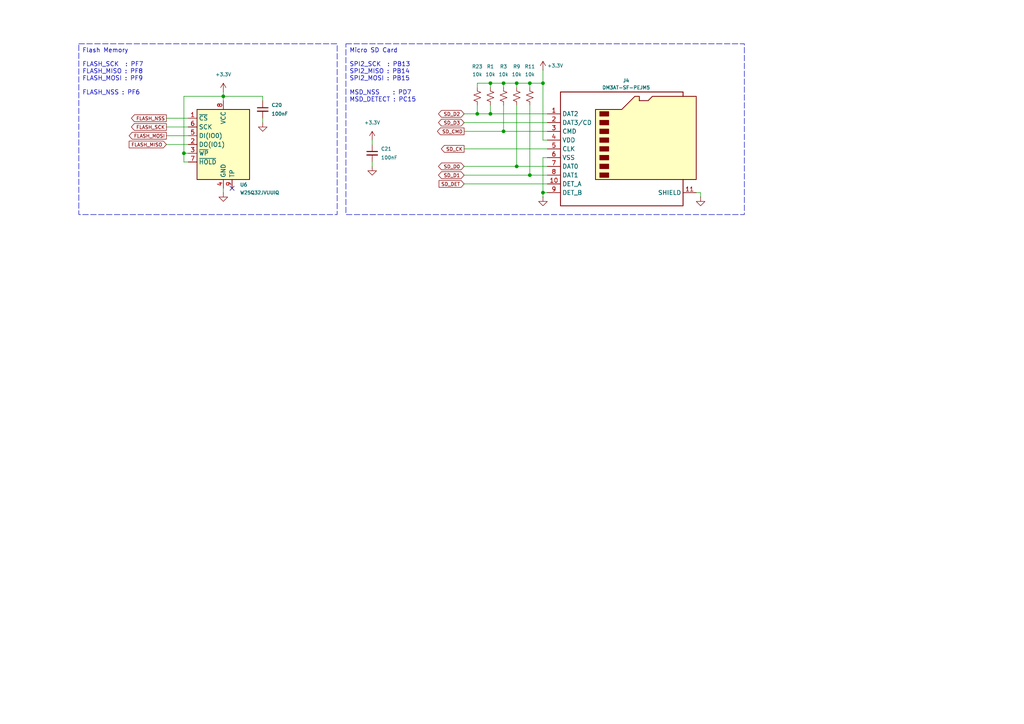
<source format=kicad_sch>
(kicad_sch (version 20250114) (generator "eeschema") (generator_version "9.0")
  (paper "A4")
  (title_block (title "STM32 Flight Controller") (date "2025-07-26") (rev "2.0.0 (WIP)") (company "NARAE") (comment 1 "INHA Univ. Areo-modelling Club") (comment 2 "2024 Winter UAV Project ") (comment 3 "Reversion 2"))
  (lib_symbols
    (symbol "Connector:Micro_SD_Card_Det2"
      (property "Reference" "J" (at -16.51 17.78 0))
      (property "Value" "Micro_SD_Card_Det2" (at 16.51 17.78 0))
      (symbol "Micro_SD_Card_Det2_0_1"
        (polyline (pts (xy -8.89 -8.89) (xy -8.89 11.43) (xy -1.27 11.43) (xy 2.54 15.24) (xy 3.81 15.24) (xy 3.81 13.97) (xy 6.35 13.97) (xy 7.62 15.24) (xy 20.32 15.24) (xy 20.32 -8.89) (xy -8.89 -8.89)) (stroke (width 0.254)) (fill (type background)))
        (rectangle (start -7.62 10.795) (end -5.08 9.525) (stroke (width 0.254)) (fill (type outline)))
        (rectangle (start -7.62 8.255) (end -5.08 6.985) (stroke (width 0.254)) (fill (type outline)))
        (rectangle (start -7.62 5.715) (end -5.08 4.445) (stroke (width 0.254)) (fill (type outline)))
        (rectangle (start -7.62 3.175) (end -5.08 1.905) (stroke (width 0.254)) (fill (type outline)))
        (rectangle (start -7.62 0.635) (end -5.08 -0.635) (stroke (width 0.254)) (fill (type outline)))
        (rectangle (start -7.62 -1.905) (end -5.08 -3.175) (stroke (width 0.254)) (fill (type outline)))
        (rectangle (start -7.62 -4.445) (end -5.08 -5.715) (stroke (width 0.254)) (fill (type outline)))
        (rectangle (start -7.62 -6.985) (end -5.08 -8.255) (stroke (width 0.254)) (fill (type outline)))
        (polyline (pts (xy 16.51 15.24) (xy 16.51 16.51) (xy -19.05 16.51) (xy -19.05 -16.51) (xy 16.51 -16.51) (xy 16.51 -8.89)) (stroke (width 0.254)))
      )
      (symbol "Micro_SD_Card_Det2_1_1"
        (pin bidirectional line (at -22.86 10.16 0) (length 3.81) (name "DAT2") (number "1"))
        (pin bidirectional line (at -22.86 7.62 0) (length 3.81) (name "DAT3/CD") (number "2"))
        (pin input line (at -22.86 5.08 0) (length 3.81) (name "CMD") (number "3"))
        (pin power_in line (at -22.86 2.54 0) (length 3.81) (name "VDD") (number "4"))
        (pin input line (at -22.86 0 0) (length 3.81) (name "CLK") (number "5"))
        (pin power_in line (at -22.86 -2.54 0) (length 3.81) (name "VSS") (number "6"))
        (pin bidirectional line (at -22.86 -5.08 0) (length 3.81) (name "DAT0") (number "7"))
        (pin bidirectional line (at -22.86 -7.62 0) (length 3.81) (name "DAT1") (number "8"))
        (pin passive line (at -22.86 -10.16 0) (length 3.81) (name "DET_A") (number "10"))
        (pin passive line (at -22.86 -12.7 0) (length 3.81) (name "DET_B") (number "9"))
        (pin passive line (at 20.32 -12.7 180) (length 3.81) (name "SHIELD") (number "11"))
      )
    )
    (symbol "Device:C_Small" (pin_numbers (hide yes)) (pin_names (offset 0.254) (hide yes))
      (property "Reference" "C" (at 0.254 1.778 0))
      (property "Value" "C_Small" (at 0.254 -2.032 0))
      (symbol "C_Small_0_1"
        (polyline (pts (xy -1.524 0.508) (xy 1.524 0.508)) (stroke (width 0.3048)))
        (polyline (pts (xy -1.524 -0.508) (xy 1.524 -0.508)) (stroke (width 0.3302)))
      )
      (symbol "C_Small_1_1"
        (pin passive line (at 0 2.54 270) (length 2.032) (name "~") (number "1"))
        (pin passive line (at 0 -2.54 90) (length 2.032) (name "~") (number "2"))
      )
    )
    (symbol "Device:R_Small_US" (pin_numbers (hide yes)) (pin_names (offset 0.254) (hide yes))
      (property "Reference" "R" (at 0.762 0.508 0))
      (property "Value" "R_Small_US" (at 0.762 -1.016 0))
      (symbol "R_Small_US_1_1"
        (polyline (pts (xy 0 1.524) (xy 1.016 1.143) (xy 0 0.762) (xy -1.016 0.381) (xy 0 0)))
        (polyline (pts (xy 0 0) (xy 1.016 -0.381) (xy 0 -0.762) (xy -1.016 -1.143) (xy 0 -1.524)))
        (pin passive line (at 0 2.54 270) (length 1.016) (name "~") (number "1"))
        (pin passive line (at 0 -2.54 90) (length 1.016) (name "~") (number "2"))
      )
    )
    (symbol "W25X40CLUX:W25Q32JVUUIQ"
      (property "Reference" "U" (at 0 0 0))
      (symbol "W25Q32JVUUIQ_0_1"
        (rectangle (start -7.62 10.16) (end 7.62 -10.16) (stroke (width 0.254)) (fill (type background)))
      )
      (symbol "W25Q32JVUUIQ_1_1"
        (pin input line (at -10.16 7.62 0) (length 2.54) (name "~{CS}") (number "1"))
        (pin input line (at -10.16 5.08 0) (length 2.54) (name "SCK") (number "6"))
        (pin bidirectional line (at -10.16 2.54 0) (length 2.54) (name "DI(IO0)") (number "5"))
        (pin bidirectional line (at -10.16 0 0) (length 2.54) (name "DO(IO1)") (number "2"))
        (pin bidirectional line (at -10.16 -2.54 0) (length 2.54) (name "~{WP}") (number "3"))
        (pin bidirectional line (at -10.16 -5.08 0) (length 2.54) (name "~{HOLD}") (number "7"))
        (pin power_in line (at 0 12.7 270) (length 2.54) (name "VCC") (number "8"))
        (pin power_in line (at 0 -12.7 90) (length 2.54) (name "GND") (number "4"))
        (pin power_in line (at 2.54 -12.7 90) (length 2.54) (name "TP") (number "9"))
      )
    )
    (symbol "power:+3.3V" (power) (pin_numbers (hide yes)) (pin_names (offset 0) (hide yes))
      (property "Value" "+3.3V" (at 0 3.556 0))
      (symbol "+3.3V_0_1"
        (polyline (pts (xy -0.762 1.27) (xy 0 2.54)))
        (polyline (pts (xy 0 2.54) (xy 0.762 1.27)))
        (polyline (pts (xy 0 0) (xy 0 2.54)))
      )
      (symbol "+3.3V_1_1"
        (pin power_in line (at 0 0 90) (length 0) (name "~") (number "1"))
      )
    )
    (symbol "power:GND" (power) (pin_numbers (hide yes)) (pin_names (offset 0) (hide yes))
      (property "Value" "GND" (at 0 -3.81 0))
      (symbol "GND_0_1"
        (polyline (pts (xy 0 0) (xy 0 -1.27) (xy 1.27 -1.27) (xy 0 -2.54) (xy -1.27 -1.27) (xy 0 -1.27)))
      )
      (symbol "GND_1_1"
        (pin power_in line (at 0 0 270) (length 0) (name "~") (number "1"))
      )
    )
  )
  (rectangle (start 22.86 12.7) (end 97.79 62.23) (stroke (width 0) (type dash)))
  (rectangle (start 100.33 12.7) (end 215.9 62.23) (stroke (width 0) (type dash)))
  (text "Micro SD Card" (at 101.346 15.494 0) (effects (font (size 1.27 1.27)) (justify left bottom)))
  (text "FLASH_SCK  : PF7\nFLASH_MISO : PF8\nFLASH_MOSI : PF9\n\nFLASH_NSS : PF6" (at 23.876 18.034 0) (effects (font (size 1.27 1.27)) (justify left top)))
  (text "Flash Memory" (at 23.876 15.494 0) (effects (font (size 1.27 1.27)) (justify left bottom)))
  (text "SPI2_SCK  : PB13\nSPI2_MISO : PB14\nSPI2_MOSI : PB15\n\nMSD_NSS    : PD7\nMSD_DETECT : PC15" (at 101.346 18.034 0) (effects (font (size 1.27 1.27)) (justify left top)))
  (junction (at 64.77 27.94))
  (junction (at 146.05 24.13))
  (junction (at 149.86 48.26))
  (junction (at 142.24 24.13))
  (junction (at 153.67 24.13))
  (junction (at 146.05 38.1))
  (junction (at 138.43 33.02))
  (junction (at 153.67 50.8))
  (junction (at 149.86 24.13))
  (junction (at 157.48 55.88))
  (junction (at 157.48 24.13))
  (junction (at 142.24 33.02))
  (junction (at 53.34 44.45))
  (no_connect (at 67.31 54.61))
  (wire (pts (xy 142.24 33.02) (xy 158.75 33.02)))
  (wire (pts (xy 149.86 24.13) (xy 153.67 24.13)))
  (wire (pts (xy 138.43 24.13) (xy 142.24 24.13)))
  (wire (pts (xy 157.48 20.32) (xy 157.48 24.13)))
  (wire (pts (xy 134.62 53.34) (xy 158.75 53.34)))
  (wire (pts (xy 134.62 33.02) (xy 138.43 33.02)))
  (wire (pts (xy 149.86 48.26) (xy 158.75 48.26)))
  (wire (pts (xy 53.34 27.94) (xy 64.77 27.94)))
  (wire (pts (xy 138.43 25.4) (xy 138.43 24.13)))
  (wire (pts (xy 134.62 48.26) (xy 149.86 48.26)))
  (wire (pts (xy 48.26 41.91) (xy 54.61 41.91)))
  (wire (pts (xy 142.24 30.48) (xy 142.24 33.02)))
  (wire (pts (xy 48.26 36.83) (xy 54.61 36.83)))
  (wire (pts (xy 157.48 40.64) (xy 158.75 40.64)))
  (wire (pts (xy 134.62 38.1) (xy 146.05 38.1)))
  (wire (pts (xy 146.05 24.13) (xy 149.86 24.13)))
  (wire (pts (xy 157.48 55.88) (xy 158.75 55.88)))
  (wire (pts (xy 53.34 27.94) (xy 53.34 44.45)))
  (wire (pts (xy 157.48 55.88) (xy 157.48 57.15)))
  (wire (pts (xy 146.05 30.48) (xy 146.05 38.1)))
  (wire (pts (xy 107.95 46.99) (xy 107.95 48.26)))
  (wire (pts (xy 64.77 26.67) (xy 64.77 27.94)))
  (wire (pts (xy 48.26 39.37) (xy 54.61 39.37)))
  (wire (pts (xy 201.93 55.88) (xy 203.2 55.88)))
  (wire (pts (xy 53.34 46.99) (xy 53.34 44.45)))
  (wire (pts (xy 157.48 24.13) (xy 157.48 40.64)))
  (wire (pts (xy 153.67 24.13) (xy 153.67 25.4)))
  (wire (pts (xy 142.24 24.13) (xy 142.24 25.4)))
  (wire (pts (xy 54.61 44.45) (xy 53.34 44.45)))
  (wire (pts (xy 134.62 50.8) (xy 153.67 50.8)))
  (wire (pts (xy 54.61 46.99) (xy 53.34 46.99)))
  (wire (pts (xy 153.67 30.48) (xy 153.67 50.8)))
  (wire (pts (xy 158.75 45.72) (xy 157.48 45.72)))
  (wire (pts (xy 76.2 34.29) (xy 76.2 35.56)))
  (wire (pts (xy 48.26 34.29) (xy 54.61 34.29)))
  (wire (pts (xy 157.48 45.72) (xy 157.48 55.88)))
  (wire (pts (xy 142.24 24.13) (xy 146.05 24.13)))
  (wire (pts (xy 64.77 54.61) (xy 64.77 55.88)))
  (wire (pts (xy 203.2 57.15) (xy 203.2 55.88)))
  (wire (pts (xy 149.86 24.13) (xy 149.86 25.4)))
  (wire (pts (xy 134.62 35.56) (xy 158.75 35.56)))
  (wire (pts (xy 153.67 24.13) (xy 157.48 24.13)))
  (wire (pts (xy 146.05 24.13) (xy 146.05 25.4)))
  (wire (pts (xy 134.62 43.18) (xy 158.75 43.18)))
  (wire (pts (xy 107.95 41.91) (xy 107.95 40.64)))
  (wire (pts (xy 149.86 30.48) (xy 149.86 48.26)))
  (wire (pts (xy 153.67 50.8) (xy 158.75 50.8)))
  (wire (pts (xy 64.77 27.94) (xy 76.2 27.94)))
  (wire (pts (xy 76.2 29.21) (xy 76.2 27.94)))
  (wire (pts (xy 64.77 27.94) (xy 64.77 29.21)))
  (wire (pts (xy 146.05 38.1) (xy 158.75 38.1)))
  (wire (pts (xy 138.43 33.02) (xy 142.24 33.02)))
  (wire (pts (xy 138.43 30.48) (xy 138.43 33.02)))
  (global_label "FLASH_MOSI" (shape output) (at 48.26 39.37 180) (effects (font (size 1 1))) (property "Intersheetrefs" "${INTERSHEET_REFS}" (effects (hide yes))))
  (global_label "SD_CMD" (shape output) (at 134.62 38.1 180) (effects (font (size 1 1))) (property "Intersheetrefs" "${INTERSHEET_REFS}" (effects (hide yes))))
  (global_label "SD_DET" (shape input) (at 134.62 53.34 180) (effects (font (size 1 1))) (property "Intersheetrefs" "${INTERSHEET_REFS}" (effects (hide yes))))
  (global_label "SD_D2" (shape tri_state) (at 134.62 33.02 180) (effects (font (size 1 1))) (property "Intersheetrefs" "${INTERSHEET_REFS}" (effects (hide yes))))
  (global_label "SD_D1" (shape tri_state) (at 134.62 50.8 180) (effects (font (size 1 1))) (property "Intersheetrefs" "${INTERSHEET_REFS}" (effects (hide yes))))
  (global_label "FLASH_NSS" (shape output) (at 48.26 34.29 180) (effects (font (size 1 1))) (property "Intersheetrefs" "${INTERSHEET_REFS}" (effects (hide yes))))
  (global_label "SD_D0" (shape tri_state) (at 134.62 48.26 180) (effects (font (size 1 1))) (property "Intersheetrefs" "${INTERSHEET_REFS}" (effects (hide yes))))
  (global_label "FLASH_SCK" (shape output) (at 48.26 36.83 180) (effects (font (size 1 1))) (property "Intersheetrefs" "${INTERSHEET_REFS}" (effects (hide yes))))
  (global_label "SD_CK" (shape output) (at 134.62 43.18 180) (effects (font (size 1 1))) (property "Intersheetrefs" "${INTERSHEET_REFS}" (effects (hide yes))))
  (global_label "SD_D3" (shape tri_state) (at 134.62 35.56 180) (effects (font (size 1 1))) (property "Intersheetrefs" "${INTERSHEET_REFS}" (effects (hide yes))))
  (global_label "FLASH_MISO" (shape input) (at 48.26 41.91 180) (effects (font (size 1 1))) (property "Intersheetrefs" "${INTERSHEET_REFS}" (effects (hide yes))))
  (symbol (lib_id "Device:R_Small_US") (at 153.67 27.94 0) (unit 1)
    (property "Reference" "R11" (at 153.67 19.304 0) (effects (font (size 1 1))))
    (property "Value" "10k" (at 153.67 21.59 0) (effects (font (size 1 1))))
    (property "Footprint" "Resistor_SMD:R_0402_1005Metric" (effects (hide yes)))
    (property "Description" "Resistor, small US symbol" (effects (hide yes)))
    (property "LCSC" "C25531" (effects (hide yes)))
  )
  (symbol (lib_id "Device:R_Small_US") (at 149.86 27.94 0) (unit 1)
    (property "Reference" "R9" (at 149.86 19.304 0) (effects (font (size 1 1))))
    (property "Value" "10k" (at 149.86 21.59 0) (effects (font (size 1 1))))
    (property "Footprint" "Resistor_SMD:R_0402_1005Metric" (effects (hide yes)))
    (property "Description" "Resistor, small US symbol" (effects (hide yes)))
    (property "LCSC" "C25531" (effects (hide yes)))
  )
  (symbol (lib_id "Device:R_Small_US") (at 146.05 27.94 0) (unit 1)
    (property "Reference" "R3" (at 146.05 19.304 0) (effects (font (size 1 1))))
    (property "Value" "10k" (at 146.05 21.59 0) (effects (font (size 1 1))))
    (property "Footprint" "Resistor_SMD:R_0402_1005Metric" (effects (hide yes)))
    (property "Description" "Resistor, small US symbol" (effects (hide yes)))
    (property "LCSC" "C25531" (effects (hide yes)))
  )
  (symbol (lib_id "power:GND") (at 107.95 48.26 0) (unit 1)
    (property "Reference" "#PWR059" (effects (hide yes)))
    (property "Value" "GND" (effects (hide yes)))
    (property "Description" "Power symbol creates a global label with name \"GND\" , ground" (effects (hide yes)))
  )
  (symbol (lib_id "power:GND") (at 76.2 35.56 0) (unit 1)
    (property "Reference" "#PWR055" (effects (hide yes)))
    (property "Value" "GND" (effects (hide yes)))
    (property "Description" "Power symbol creates a global label with name \"GND\" , ground" (effects (hide yes)))
  )
  (symbol (lib_id "Device:R_Small_US") (at 138.43 27.94 0) (unit 1)
    (property "Reference" "R23" (at 138.43 19.304 0) (effects (font (size 1 1))))
    (property "Value" "10k" (at 138.43 21.59 0) (effects (font (size 1 1))))
    (property "Footprint" "Resistor_SMD:R_0402_1005Metric" (effects (hide yes)))
    (property "Description" "Resistor, small US symbol" (effects (hide yes)))
    (property "LCSC" "C25531" (effects (hide yes)))
  )
  (symbol (lib_id "power:+3.3V") (at 64.77 26.67 0) (unit 1)
    (property "Reference" "#PWR056" (effects (hide yes)))
    (property "Value" "+3.3V" (at 64.77 21.59 0) (effects (font (size 1 1))))
    (property "Description" "Power symbol creates a global label with name \"+3.3V\"" (effects (hide yes)))
  )
  (symbol (lib_id "Device:R_Small_US") (at 142.24 27.94 0) (unit 1)
    (property "Reference" "R1" (at 142.24 19.304 0) (effects (font (size 1 1))))
    (property "Value" "10k" (at 142.24 21.59 0) (effects (font (size 1 1))))
    (property "Footprint" "Resistor_SMD:R_0402_1005Metric" (effects (hide yes)))
    (property "Description" "Resistor, small US symbol" (effects (hide yes)))
    (property "LCSC" "C25531" (effects (hide yes)))
  )
  (symbol (lib_id "power:GND") (at 157.48 57.15 0) (unit 1)
    (property "Reference" "#PWR061" (effects (hide yes)))
    (property "Value" "GND" (effects (hide yes)))
    (property "Description" "Power symbol creates a global label with name \"GND\" , ground" (effects (hide yes)))
  )
  (symbol (lib_id "Device:C_Small") (at 76.2 31.75 0) (unit 1)
    (property "Reference" "C20" (at 78.74 30.48 0) (effects (font (size 1 1)) (justify left)))
    (property "Value" "100nF" (at 78.74 33.02 0) (effects (font (size 1 1)) (justify left)))
    (property "Footprint" "Capacitor_SMD:C_0402_1005Metric" (effects (hide yes)))
    (property "Description" "Unpolarized capacitor, small symbol" (effects (hide yes)))
    (property "LCSC" "C1525" (effects (hide yes)))
  )
  (symbol (lib_id "Device:C_Small") (at 107.95 44.45 0) (unit 1)
    (property "Reference" "C21" (at 110.49 43.18 0) (effects (font (size 1 1)) (justify left)))
    (property "Value" "100nF" (at 110.49 45.72 0) (effects (font (size 1 1)) (justify left)))
    (property "Footprint" "Capacitor_SMD:C_0402_1005Metric" (effects (hide yes)))
    (property "Description" "Unpolarized capacitor, small symbol" (effects (hide yes)))
    (property "LCSC" "C1525" (effects (hide yes)))
  )
  (symbol (lib_id "Connector:Micro_SD_Card_Det2") (at 181.61 43.18 0) (unit 1)
    (property "Reference" "J4" (at 181.61 23.368 0) (effects (font (size 1 1))))
    (property "Value" "DM3AT-SF-PEJM5" (at 181.61 25.4 0) (effects (font (size 1 1))))
    (property "Footprint" "Connector_Card:microSD_HC_Hirose_DM3AT-SF-PEJM5" (effects (hide yes)))
    (property "Datasheet" "https://www.hirose.com/en/product/document?clcode=&productname=&series=DM3&documenttype=Catalog&lang=en&documentid=D49662_en" (effects (hide yes)))
    (property "Description" "Micro SD Card Socket with two card detection pins" (effects (hide yes)))
    (property "LCSC" "C114218" (effects (hide yes)))
  )
  (symbol (lib_id "power:+3.3V") (at 107.95 40.64 0) (unit 1)
    (property "Reference" "#PWR058" (effects (hide yes)))
    (property "Value" "+3.3V" (at 107.95 35.56 0) (effects (font (size 1 1))))
    (property "Description" "Power symbol creates a global label with name \"+3.3V\"" (effects (hide yes)))
  )
  (symbol (lib_id "power:GND") (at 203.2 57.15 0) (unit 1)
    (property "Reference" "#PWR05" (effects (hide yes)))
    (property "Value" "GND" (effects (hide yes)))
    (property "Description" "Power symbol creates a global label with name \"GND\" , ground" (effects (hide yes)))
  )
  (symbol (lib_id "power:GND") (at 64.77 55.88 0) (unit 1)
    (property "Reference" "#PWR057" (effects (hide yes)))
    (property "Value" "GND" (effects (hide yes)))
    (property "Description" "Power symbol creates a global label with name \"GND\" , ground" (effects (hide yes)))
  )
  (symbol (lib_id "W25X40CLUX:W25Q32JVUUIQ") (at 64.77 41.91 0) (unit 1)
    (property "Reference" "U6" (at 69.596 53.594 0) (effects (font (size 1 1)) (justify left)))
    (property "Value" "W25Q32JVUUIQ" (at 69.596 55.88 0) (effects (font (size 1 1)) (justify left)))
    (property "Footprint" "W25X40CLUX:USON_LUXIG_TR_HandSolder" (effects (hide yes)))
    (property "Datasheet" "kicad-embed://w25x40cl_f 20140325.pdf" (effects (hide yes)))
    (property "LCSC" "C401661" (effects (hide yes)))
  )
  (symbol (lib_id "power:+3.3V") (at 157.48 20.32 0) (unit 1)
    (property "Reference" "#PWR060" (effects (hide yes)))
    (property "Value" "+3.3V" (at 161.036 19.05 0) (effects (font (size 1 1))))
    (property "Description" "Power symbol creates a global label with name \"+3.3V\"" (effects (hide yes)))
  )
)
</source>
